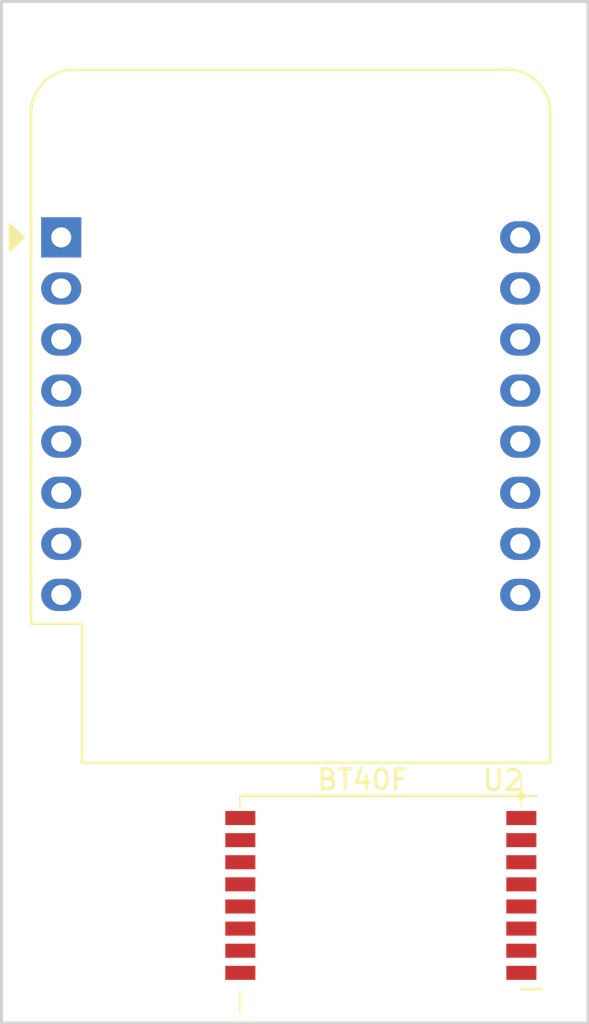
<source format=kicad_pcb>
(kicad_pcb (version 20211014) (generator pcbnew)
  (layers (0 "F.Cu" signal) (31 "B.Cu" signal) (37 "F.SilkS" user "F.Silkscreen") (38 "B.Mask" user) (39 "F.Mask" user) (44 "Edge.Cuts" user))
  (net 0 "")
  (net 3 "/P004")
  (net 4 "/P005")
  (net 5 "GND")
  (net 6 "VCC")
  (net 7 "/P002")
  (net 8 "/SDA")
  (net 9 "/SCL")
  (net 11 "/LED")
  (net 12 "/P003")
  (net 13 "/P009")
  (net 14 "/SWO")
  (net 15 "/RESET")
  (net 16 "/SWDCLK")
  (net 17 "/SWDIO")
  (footprint "Module:WEMOS_D1_mini_light" (layer "F.Cu") (at 96.955 42.21)
    (fp_text reference "U2" (at 22 27) (layer "F.SilkS"))
    (fp_text value "WeMos_D1_mini")
    (fp_line (start 1.04 26.12) (end 24.36 26.12) (layer "F.SilkS") (width 0.12))
    (fp_line (start -1.5 19.22) (end 1.04 19.22) (layer "F.SilkS") (width 0.12))
    (fp_line (start -1.5 19.22) (end -1.5 -6.21) (layer "F.SilkS") (width 0.12))
    (fp_line (start 24.36 26.12) (end 24.36 -6.21) (layer "F.SilkS") (width 0.12))
    (fp_line (start 1.04 19.22) (end 1.04 26.12) (layer "F.SilkS") (width 0.12))
    (fp_line (start 22.24 -8.34) (end 0.63 -8.34) (layer "F.SilkS") (width 0.12))
    (fp_arc (start 22.23 -8.34) (mid 23.736137 -7.716137) (end 24.36 -6.21) (layer "F.SilkS") (width 0.12))
    (fp_arc (start -1.5 -6.21) (mid -0.876137 -7.716137) (end 0.63 -8.34) (layer "F.SilkS") (width 0.12))
    (fp_poly (pts (xy -2.54 -0.635) (xy -2.54 0.635) (xy -1.905 0)) (layer "F.SilkS") (width 0.15) (fill solid))
    (pad "1" thru_hole rect locked (at 0 0) (size 2 2) (drill 1) (layers *.Cu *.Mask))
    (pad "2" thru_hole oval locked (at 0 2.54) (size 2 1.6) (drill 1) (layers *.Cu *.Mask))
    (pad "3" thru_hole oval locked (at 0 5.08) (size 2 1.6) (drill 1) (layers *.Cu *.Mask))
    (pad "4" thru_hole oval locked (at 0 7.62) (size 2 1.6) (drill 1) (layers *.Cu *.Mask))
    (pad "5" thru_hole oval locked (at 0 10.16) (size 2 1.6) (drill 1) (layers *.Cu *.Mask))
    (pad "6" thru_hole oval locked (at 0 12.7) (size 2 1.6) (drill 1) (layers *.Cu *.Mask))
    (pad "7" thru_hole oval locked (at 0 15.24) (size 2 1.6) (drill 1) (layers *.Cu *.Mask))
    (pad "8" thru_hole oval locked (at 0 17.78) (size 2 1.6) (drill 1) (layers *.Cu *.Mask))
    (pad "9" thru_hole oval locked (at 22.86 17.78) (size 2 1.6) (drill 1) (layers *.Cu *.Mask))
    (pad "10" thru_hole oval locked (at 22.86 15.24) (size 2 1.6) (drill 1) (layers *.Cu *.Mask))
    (pad "11" thru_hole oval locked (at 22.86 12.7) (size 2 1.6) (drill 1) (layers *.Cu *.Mask))
    (pad "12" thru_hole oval locked (at 22.86 10.16) (size 2 1.6) (drill 1) (layers *.Cu *.Mask))
    (pad "13" thru_hole oval locked (at 22.86 7.62) (size 2 1.6) (drill 1) (layers *.Cu *.Mask))
    (pad "14" thru_hole oval locked (at 22.86 5.08) (size 2 1.6) (drill 1) (layers *.Cu *.Mask))
    (pad "15" thru_hole oval locked (at 22.86 2.54) (size 2 1.6) (drill 1) (layers *.Cu *.Mask))
    (pad "16" thru_hole oval locked (at 22.86 0) (size 2 1.6) (drill 1) (layers *.Cu *.Mask))
  )
  (footprint "Fanstel:BT40F" (layer "F.Cu") (at 119.87276 69.98593 180)
    (fp_text reference "U1" hide)
    (fp_text value "BT40F" (at 7.9 0.8) (layer "F.SilkS"))
    (fp_line (start 0 0.91186) (end 0 0.14986) (layer "F.SilkS") (width 0.1))
    (fp_line (start 14.00048 -0.58928) (end 14.00048 -0.00762) (layer "F.SilkS") (width 0.1))
    (fp_line (start 13.9954 -10.8) (end 13.9954 -9.72312) (layer "F.SilkS") (width 0.1))
    (fp_line (start 12.5984 0) (end 0 0) (layer "F.SilkS") (width 0.1))
    (fp_line (start 12.5984 0) (end 12.5984 0) (layer "F.SilkS") (width 0.1))
    (fp_line (start 0 -9.59866) (end -0.99822 -9.59866) (layer "F.SilkS") (width 0.127))
    (fp_line (start 13.99794 0) (end 0 0) (layer "F.SilkS") (width 0.127))
    (fp_line (start 0 0.14986) (end 0 0) (layer "F.SilkS") (width 0.1))
    (fp_line (start 0 -0.254) (end 0 -0.14986) (layer "F.SilkS") (width 0.1))
    (fp_line (start 0 0) (end 0 0) (layer "F.SilkS") (width 0.1))
    (fp_line (start 0 0) (end 12.5984 0) (layer "F.SilkS") (width 0.1))
    (fp_line (start 0 -0.14986) (end 0 0) (layer "F.SilkS") (width 0.1))
    (fp_line (start -0.79756 0) (end 0 0) (layer "F.SilkS") (width 0.1))
    (fp_line (start -0.00508 -0.00254) (end -0.00508 -0.5207) (layer "F.SilkS") (width 0.1))
    (fp_arc (start 0 0.14986) (mid -0.14986 0) (end 0 -0.14986) (layer "F.SilkS") (width 0.1))
    (fp_arc (start 0 -0.14986) (mid 0.14986 0) (end 0 0.14986) (layer "F.SilkS") (width 0.1))
    (pad "P$1" smd rect (at 0 -8.79856) (size 1.4986 0.6985) (layers "F.Cu" "F.Paste" "F.Mask") (net 8 "/SDA"))
    (pad "P$2" smd rect (at 0 -7.69874 180) (size 1.4986 0.6985) (layers "F.Cu" "F.Paste" "F.Mask") (net 9 "/SCL"))
    (pad "P$3" smd rect (at 0 -6.59892 180) (size 1.4986 0.6985) (layers "F.Cu" "F.Paste" "F.Mask"))
    (pad "P$4" smd rect (at 0 -5.4991 180) (size 1.4986 0.6985) (layers "F.Cu" "F.Paste" "F.Mask"))
    (pad "P$5" smd rect (at 0 -4.39928 180) (size 1.4986 0.6985) (layers "F.Cu" "F.Paste" "F.Mask") (net 3 "/P004"))
    (pad "P$6" smd rect (at 0 -3.29946 180) (size 1.4986 0.6985) (layers "F.Cu" "F.Paste" "F.Mask") (net 4 "/P005"))
    (pad "P$7" smd rect (at 0 -2.19964 180) (size 1.4986 0.6985) (layers "F.Cu" "F.Paste" "F.Mask") (net 7 "/P002"))
    (pad "P$8" smd rect (at 0 -1.09982 180) (size 1.4986 0.6985) (layers "F.Cu" "F.Paste" "F.Mask") (net 12 "/P003"))
    (pad "P$9" smd rect (at 13.99794 -1.09982 180) (size 1.4986 0.6985) (layers "F.Cu" "F.Paste" "F.Mask") (net 6 "VCC"))
    (pad "P$10" smd rect (at 13.99794 -2.19964 180) (size 1.4986 0.6985) (layers "F.Cu" "F.Paste" "F.Mask") (net 5 "GND"))
    (pad "P$11" smd rect (at 13.99794 -3.29946 180) (size 1.4986 0.6985) (layers "F.Cu" "F.Paste" "F.Mask") (net 13 "/P009"))
    (pad "P$12" smd rect (at 13.99794 -4.39928 180) (size 1.4986 0.6985) (layers "F.Cu" "F.Paste" "F.Mask") (net 14 "/SWO"))
    (pad "P$13" smd rect (at 13.99794 -5.4991 180) (size 1.4986 0.6985) (layers "F.Cu" "F.Paste" "F.Mask") (net 11 "/LED"))
    (pad "P$14" smd rect (at 13.99794 -6.59892 180) (size 1.4986 0.6985) (layers "F.Cu" "F.Paste" "F.Mask") (net 15 "/RESET"))
    (pad "P$15" smd rect (at 13.99794 -7.69874 180) (size 1.4986 0.6985) (layers "F.Cu" "F.Paste" "F.Mask") (net 16 "/SWDCLK"))
    (pad "P$16" smd rect (at 13.99794 -8.79856 180) (size 1.4986 0.6985) (layers "F.Cu" "F.Paste" "F.Mask") (net 17 "/SWDIO"))
  )
  (gr_line (start 93.98 30.48) (end 123.19 30.48) (layer "Edge.Cuts") (width 0.15))
  (gr_line (start 123.19 81.28) (end 93.98 81.28) (layer "Edge.Cuts") (width 0.15))
  (gr_line (start 93.98 81.28) (end 93.98 30.48) (layer "Edge.Cuts") (width 0.15))
  (gr_line (start 123.19 30.48) (end 123.19 81.28) (layer "Edge.Cuts") (width 0.15))
)
</source>
